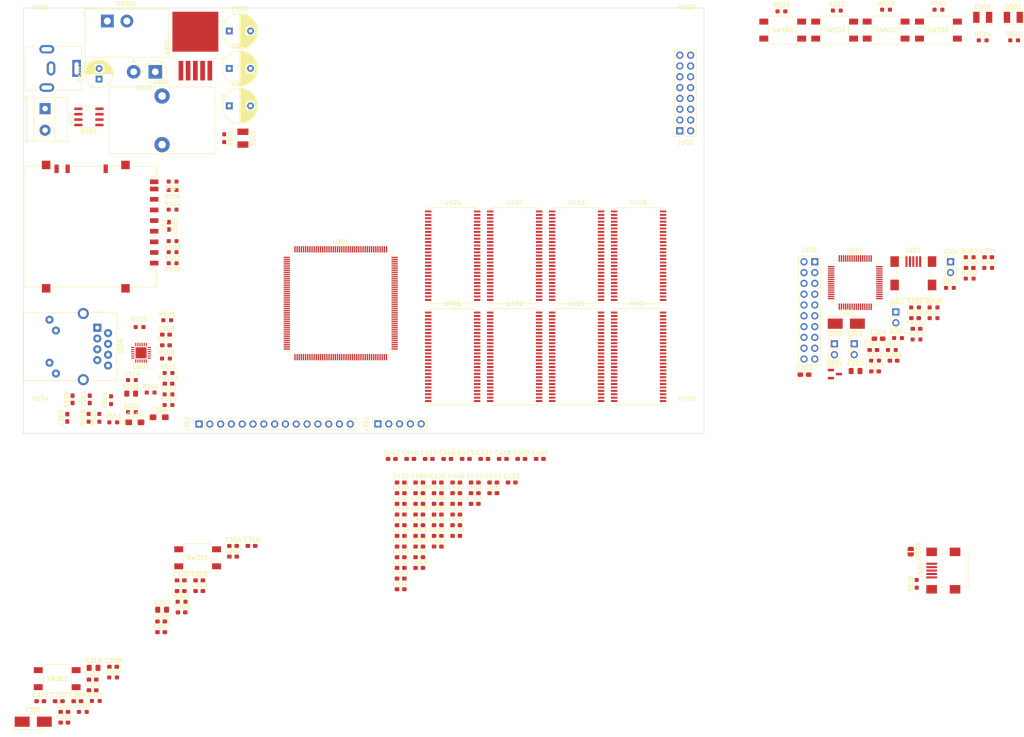
<source format=kicad_pcb>
(kicad_pcb (version 20211014) (generator pcbnew)
  (layers (0 "F.Cu" signal) (1 "In1.Cu" signal) (2 "In2.Cu" signal) (31 "B.Cu" signal) (34 "B.Paste" user) (35 "F.Paste" user) (36 "B.SilkS" user "B.Silkscreen") (37 "F.SilkS" user "F.Silkscreen") (38 "B.Mask" user) (39 "F.Mask" user) (44 "Edge.Cuts" user))
  (net 0 "")
  (net 1 "GND")
  (net 2 "Net-(C201-Pad2)")
  (net 3 "Net-(C202-Pad2)")
  (net 4 "Net-(C203-Pad1)")
  (net 5 "VDD")
  (net 6 "Net-(C206-Pad1)")
  (net 7 "Net-(C207-Pad1)")
  (net 8 "/mcu/~{RESET}")
  (net 9 "Net-(C317-Pad1)")
  (net 10 "Net-(C318-Pad1)")
  (net 11 "/mcu/OSC_IN")
  (net 12 "Net-(C320-Pad1)")
  (net 13 "Net-(C501-Pad1)")
  (net 14 "Net-(C506-Pad1)")
  (net 15 "Net-(C508-Pad1)")
  (net 16 "Net-(C509-Pad1)")
  (net 17 "Net-(C601-Pad1)")
  (net 18 "Net-(D501-Pad1)")
  (net 19 "/mcu-if/LED0")
  (net 20 "Net-(D502-Pad1)")
  (net 21 "/mcu-if/LED1")
  (net 22 "Net-(D601-Pad1)")
  (net 23 "Net-(D602-Pad2)")
  (net 24 "/prg-if/PRG_USB_5V")
  (net 25 "Net-(J201-Pad2)")
  (net 26 "Net-(J201-Pad3)")
  (net 28 "Net-(J202-Pad2)")
  (net 29 "/mcu/BOOT0")
  (net 30 "Net-(J203-Pad2)")
  (net 31 "/mcu/RXD")
  (net 32 "Net-(J204-Pad2)")
  (net 33 "/mcu/TXD")
  (net 34 "Net-(J205-Pad2)")
  (net 35 "/mcu/JTAG.TRST")
  (net 36 "/mcu/JTAG.TDI")
  (net 37 "/mcu/JTAG.TMS")
  (net 38 "/mcu/JTAG.TCK")
  (net 40 "/mcu/JTAG.TDO")
  (net 41 "Net-(J206-Pad15)")
  (net 44 "/mcu/EXT1")
  (net 45 "/mcu/EXT2")
  (net 46 "/mcu/EXT3")
  (net 47 "/mcu/EXT4")
  (net 48 "/mcu/EXT5")
  (net 49 "/mcu/EXT6")
  (net 50 "/mcu/EXT7")
  (net 51 "/mcu/EXT8")
  (net 52 "/mcu/EXT9")
  (net 53 "/mcu/EXT10")
  (net 54 "/mcu/EXT11")
  (net 55 "/mcu/EXT12")
  (net 56 "/mcu/EXT13")
  (net 57 "/mcu-if/IF_USB_5V")
  (net 58 "/mcu-if/USB.DM")
  (net 59 "/mcu-if/USB.DP")
  (net 60 "Net-(J501-Pad4)")
  (net 61 "/mcu-if/SDMMC.D3")
  (net 62 "/mcu-if/SDMMC.CMD")
  (net 63 "Net-(J502-Pad5)")
  (net 64 "/mcu-if/SDMMC.D0")
  (net 65 "/mcu-if/SDMMC.D1")
  (net 66 "/mcu-if/SDMMC.D2")
  (net 68 "/mcu-if/DISP.SCLK")
  (net 69 "/mcu-if/DISP.MOSI")
  (net 71 "/mcu-if/DISP.DC")
  (net 72 "/mcu-if/DISP.~{RST}")
  (net 73 "/mcu-if/DISP.CS")
  (net 74 "Net-(J504-PadL1)")
  (net 75 "Net-(J504-PadL3)")
  (net 76 "Net-(J504-PadL4)")
  (net 77 "Net-(J504-PadR1)")
  (net 78 "Net-(J504-PadR2)")
  (net 79 "Net-(J504-PadR3)")
  (net 80 "Net-(J504-PadR6)")
  (net 82 "Net-(J601-Pad1)")
  (net 83 "/mcu-if/USB.ID")
  (net 84 "Net-(Q201-Pad1)")
  (net 85 "Net-(Q601-Pad5)")
  (net 86 "Net-(R201-Pad2)")
  (net 87 "Net-(R202-Pad2)")
  (net 88 "Net-(R203-Pad2)")
  (net 89 "Net-(R204-Pad1)")
  (net 90 "Net-(R205-Pad1)")
  (net 91 "Net-(R206-Pad1)")
  (net 92 "Net-(R207-Pad1)")
  (net 93 "Net-(R208-Pad1)")
  (net 94 "Net-(R209-Pad1)")
  (net 95 "Net-(R210-Pad1)")
  (net 96 "Net-(R301-Pad2)")
  (net 97 "Net-(R302-Pad2)")
  (net 98 "/mcu/OSC_OUT")
  (net 99 "Net-(R504-Pad2)")
  (net 100 "/mcu-if/RMII.MCO1")
  (net 101 "Net-(R505-Pad2)")
  (net 102 "/mcu-if/RMII.TXEN")
  (net 103 "Net-(R508-Pad2)")
  (net 104 "/mcu-if/RMII.TXD0")
  (net 105 "Net-(R509-Pad2)")
  (net 106 "/mcu-if/RMII.TXD1")
  (net 107 "Net-(R510-Pad2)")
  (net 108 "/mcu-if/RMII.RXD0")
  (net 109 "Net-(R511-Pad2)")
  (net 110 "/mcu-if/RMII.RXD1")
  (net 111 "Net-(R512-Pad2)")
  (net 112 "/mcu-if/RMII.CRSDV")
  (net 113 "Net-(R513-Pad2)")
  (net 114 "/mcu-if/RMII.REFCLK")
  (net 115 "Net-(R514-Pad2)")
  (net 116 "/mcu-if/SDMMC.CK")
  (net 117 "Net-(R516-Pad1)")
  (net 118 "/mcu-if/BTN0")
  (net 119 "/mcu-if/BTN1")
  (net 120 "/mcu-if/RMII.LED")
  (net 121 "/mcu-if/BTN2")
  (net 122 "/mcu-if/BTN3")
  (net 123 "/mcu-if/USB.VBUS")
  (net 156 "/mcu/SDRAM.D30")
  (net 160 "/mcu/SDRAM.D31")
  (net 161 "/mcu/SDRAM.A0")
  (net 162 "/mcu/SDRAM.A1")
  (net 163 "/mcu/SDRAM.A2")
  (net 164 "/mcu/SDRAM.A3")
  (net 165 "/mcu/SDRAM.A4")
  (net 166 "/mcu/SDRAM.A5")
  (net 168 "/mcu/SDRAM.~{WE}")
  (net 169 "/mcu-if/RMII.MDC")
  (net 172 "/mcu-if/RMII.MDIO")
  (net 173 "/mcu/SDRAM.CKE0")
  (net 174 "/mcu/SDRAM.~{CS0}")
  (net 176 "/mcu-if/RMII.~{RST}")
  (net 177 "/mcu/SDRAM.~{RAS}")
  (net 178 "/mcu/SDRAM.A6")
  (net 179 "/mcu/SDRAM.A7")
  (net 180 "/mcu/SDRAM.A8")
  (net 181 "/mcu/SDRAM.A9")
  (net 182 "/mcu/SDRAM.A10")
  (net 183 "/mcu/SDRAM.A11")
  (net 184 "/mcu/SDRAM.D4")
  (net 185 "/mcu/SDRAM.D5")
  (net 186 "/mcu/SDRAM.D6")
  (net 187 "/mcu/SDRAM.D7")
  (net 188 "/mcu/SDRAM.D8")
  (net 189 "/mcu/SDRAM.D9")
  (net 190 "/mcu/SDRAM.D10")
  (net 191 "/mcu/SDRAM.D11")
  (net 192 "/mcu/SDRAM.D12")
  (net 193 "/mcu/SDRAM.~{CS1}")
  (net 194 "/mcu/SDRAM.CKE1")
  (net 195 "/mcu/SDRAM.D18")
  (net 196 "/mcu/SDRAM.D17")
  (net 197 "/mcu/SDRAM.D19")
  (net 198 "/mcu/SDRAM.D20")
  (net 199 "/mcu/SDRAM.D13")
  (net 200 "/mcu/SDRAM.D14")
  (net 201 "/mcu/SDRAM.D15")
  (net 205 "/mcu/SDRAM.D0")
  (net 206 "/mcu/SDRAM.D1")
  (net 207 "/mcu/SDRAM.A12")
  (net 209 "/mcu/SDRAM.BA0")
  (net 210 "/mcu/SDRAM.BA1")
  (net 213 "/mcu/SDRAM.CLK")
  (net 214 "/mcu-if/SDMMC.CD")
  (net 215 "/mcu-if/SDMMC.WP")
  (net 216 "/mcu/SDRAM.D21")
  (net 217 "/mcu/SDRAM.D22")
  (net 218 "/mcu/SDRAM.D23")
  (net 219 "/mcu/SDRAM.D24")
  (net 220 "/mcu/SDRAM.D25")
  (net 221 "/mcu/SDRAM.D26")
  (net 222 "/mcu/SDRAM.D27")
  (net 223 "/mcu/SDRAM.D2")
  (net 224 "/mcu/SDRAM.D3")
  (net 231 "/mcu/SDRAM.~{CAS}")
  (net 232 "/mcu/SDRAM.~{BL0}")
  (net 233 "/mcu/SDRAM.~{BL1}")
  (net 234 "/mcu/SDRAM.~{BL2}")
  (net 235 "/mcu/SDRAM.~{BL3}")
  (net 236 "/mcu/SDRAM.D28")
  (net 237 "/mcu/SDRAM.D29")
  (footprint "Capacitor_THT:CP_Radial_D8.0mm_P5.00mm" (layer "F.Cu") (at 75.397349 47)
    (fp_text reference "C604")
    (fp_text value "470u")
  )
  (footprint "Capacitor_SMD:C_0603_1608Metric_Pad1.08x0.95mm_HandSolder" (layer "F.Cu") (at 144.05 130)
    (fp_text reference "C428")
    (fp_text value "100n")
  )
  (footprint "Capacitor_SMD:C_0603_1608Metric_Pad1.08x0.95mm_HandSolder" (layer "F.Cu") (at 115.7 145.58)
    (fp_text reference "C441")
    (fp_text value "100n")
  )
  (footprint "Package_TO_SOT_SMD:TO-263-5_TabPin3" (layer "F.Cu") (at 67.425 32.95 90)
    (fp_text reference "U601")
    (fp_text value "LM2576S-3.3")
  )
  (footprint "Capacitor_SMD:C_0603_1608Metric_Pad1.08x0.95mm_HandSolder" (layer "F.Cu") (at 124.4 143.07)
    (fp_text reference "C438")
    (fp_text value "100n")
  )
  (footprint "Capacitor_Tantalum_SMD:CP_EIA-2012-15_AVX-P_Pad1.30x1.05mm_HandSolder" (layer "F.Cu") (at 228.02 101.74)
    (fp_text reference "C206")
    (fp_text value "4.7u")
  )
  (footprint "Inductor_SMD:L_0603_1608Metric_Pad1.05x0.95mm_HandSolder" (layer "F.Cu") (at 227.2 109.42)
    (fp_text reference "FB201")
    (fp_text value "FerriteBead")
  )
  (footprint "Connector_PinSocket_2.54mm:PinSocket_2x10_P2.54mm_Vertical" (layer "F.Cu") (at 213.04 83.66)
    (fp_text reference "J206")
    (fp_text value "CONN_JTAG")
  )
  (footprint "LED_SMD:LED_PLCC-2_3.4x3.0mm_KA" (layer "F.Cu") (at 259.7125 26.2)
    (fp_text reference "D502")
    (fp_text value "LED")
  )
  (footprint "Capacitor_Tantalum_SMD:CP_EIA-3216-18_Kemet-A_Pad1.58x1.35mm_HandSolder" (layer "F.Cu") (at 58.9125 120.2)
    (fp_text reference "C506")
    (fp_text value "22u")
  )
  (footprint "Capacitor_SMD:C_0603_1608Metric_Pad1.08x0.95mm_HandSolder" (layer "F.Cu") (at 128.75 138.05)
    (fp_text reference "C432")
    (fp_text value "100n")
  )
  (footprint "Capacitor_SMD:C_0603_1608Metric_Pad1.08x0.95mm_HandSolder" (layer "F.Cu") (at 120.05 145.58)
    (fp_text reference "C434")
    (fp_text value "100n")
  )
  (footprint "Capacitor_SMD:C_0603_1608Metric_Pad1.08x0.95mm_HandSolder" (layer "F.Cu") (at 124.4 145.58)
    (fp_text reference "C421")
    (fp_text value "100n")
  )
  (footprint "Capacitor_SMD:C_0603_1608Metric_Pad1.08x0.95mm_HandSolder" (layer "F.Cu") (at 48.08 178.86)
    (fp_text reference "C308")
    (fp_text value "100n")
  )
  (footprint "Resistor_SMD:R_0603_1608Metric_Pad0.98x0.95mm_HandSolder" (layer "F.Cu") (at 44.02 186.89)
    (fp_text reference "R301")
    (fp_text value "10k")
  )
  (footprint "Package_SO:TSOP-II-54_22.2x10.16mm_P0.8mm" (layer "F.Cu") (at 127.91 106)
    (fp_text reference "U406")
    (fp_text value "IS42S86400D")
  )
  (footprint "Capacitor_SMD:C_0603_1608Metric_Pad1.08x0.95mm_HandSolder" (layer "F.Cu") (at 60.5125 100.78)
    (fp_text reference "C509")
    (fp_text value "100n")
  )
  (footprint "Capacitor_SMD:C_0603_1608Metric_Pad1.08x0.95mm_HandSolder" (layer "F.Cu") (at 236.6 96.9)
    (fp_text reference "C202")
    (fp_text value "12p")
  )
  (footprint "Capacitor_SMD:C_0603_1608Metric_Pad1.08x0.95mm_HandSolder" (layer "F.Cu") (at 120.05 138.05)
    (fp_text reference "C430")
    (fp_text value "100n")
  )
  (footprint "Resistor_SMD:R_0603_1608Metric_Pad0.98x0.95mm_HandSolder" (layer "F.Cu") (at 244.8 89.79)
    (fp_text reference "R201")
    (fp_text value "12k 1%")
  )
  (footprint "Capacitor_SMD:C_0603_1608Metric_Pad1.08x0.95mm_HandSolder" (layer "F.Cu") (at 131 130)
    (fp_text reference "C413")
    (fp_text value "100n")
  )
  (footprint "Connector_PinHeader_2.54mm:PinHeader_1x02_P2.54mm_Vertical" (layer "F.Cu") (at 232.1 95.46)
    (fp_text reference "J202")
    (fp_text value "MCU_RST")
  )
  (footprint "Capacitor_SMD:C_0603_1608Metric_Pad1.08x0.95mm_HandSolder" (layer "F.Cu") (at 128.75 143.07)
    (fp_text reference "C415")
    (fp_text value "100n")
  )
  (footprint "LED_SMD:LED_PLCC-2_3.4x3.0mm_KA" (layer "F.Cu") (at 78.6 54.6 -90)
    (fp_text reference "D602")
    (fp_text value "LED")
  )
  (footprint "Resistor_SMD:R_0603_1608Metric_Pad0.98x0.95mm_HandSolder" (layer "F.Cu") (at 231.15 104.4)
    (fp_text reference "R205")
    (fp_text value "0")
  )
  (footprint "Connector_BarrelJack:BarrelJack_CUI_PJ-063AH_Horizontal" (layer "F.Cu") (at 39.5 38.2 -90)
    (fp_text reference "J601")
    (fp_text value "CONN_12V")
  )
  (footprint "Resistor_SMD:R_0603_1608Metric_Pad0.98x0.95mm_HandSolder" (layer "F.Cu") (at 62.075 71.4)
    (fp_text reference "R515")
    (fp_text value "100")
  )
  (footprint "Capacitor_SMD:C_0603_1608Metric_Pad1.08x0.95mm_HandSolder" (layer "F.Cu") (at 128.75 148.09)
    (fp_text reference "C429")
    (fp_text value "100n")
  )
  (footprint "Capacitor_SMD:C_0603_1608Metric_Pad1.08x0.95mm_HandSolder" (layer "F.Cu") (at 120.05 148.09)
    (fp_text reference "C416")
    (fp_text value "100n")
  )
  (footprint "Capacitor_SMD:C_0603_1608Metric_Pad1.08x0.95mm_HandSolder" (layer "F.Cu") (at 43.27 181.87)
    (fp_text reference "C311")
    (fp_text value "100n")
  )
  (footprint "Capacitor_SMD:C_0603_1608Metric_Pad1.08x0.95mm_HandSolder" (layer "F.Cu") (at 226.8 104.4)
    (fp_text reference "C201")
    (fp_text value "12p")
  )
  (footprint "Capacitor_SMD:C_0603_1608Metric_Pad1.08x0.95mm_HandSolder" (layer "F.Cu") (at 133.1 135.54)
    (fp_text reference "C414")
    (fp_text value "100n")
  )
  (footprint "Capacitor_SMD:C_0603_1608Metric_Pad1.08x0.95mm_HandSolder" (layer "F.Cu") (at 115.7 150.6)
    (fp_text reference "C424")
    (fp_text value "100n")
  )
  (footprint "Package_SO:TSOP-II-54_22.2x10.16mm_P0.8mm" (layer "F.Cu") (at 157.05 82.23)
    (fp_text reference "U403")
    (fp_text value "IS42S86400D")
  )
  (footprint "Capacitor_SMD:C_0603_1608Metric_Pad1.08x0.95mm_HandSolder" (layer "F.Cu") (at 137.45 138.05)
    (fp_text reference "C401")
    (fp_text value "100n")
  )
  (footprint "Resistor_SMD:R_0603_1608Metric_Pad0.98x0.95mm_HandSolder" (layer "F.Cu") (at 252.5 31.6)
    (fp_text reference "R524")
    (fp_text value "1k")
  )
  (footprint "Capacitor_SMD:C_0603_1608Metric_Pad1.08x0.95mm_HandSolder" (layer "F.Cu") (at 128.75 145.58)
    (fp_text reference "C405")
    (fp_text value "100n")
  )
  (footprint "Capacitor_SMD:C_0805_2012Metric_Pad1.18x1.45mm_HandSolder" (layer "F.Cu") (at 59.61 165.45)
    (fp_text reference "C317")
    (fp_text value "2.2u")
  )
  (footprint "Resistor_SMD:R_0603_1608Metric_Pad0.98x0.95mm_HandSolder" (layer "F.Cu") (at 60.5125 106.4)
    (fp_text reference "R508")
    (fp_text value "0")
  )
  (footprint "LED_SMD:LED_PLCC-2_3.4x3.0mm_KA" (layer "F.Cu") (at 252.5125 26.2)
    (fp_text reference "D501")
    (fp_text value "LED")
  )
  (footprint "marco-ram-board:DTSMW69N" (layer "F.Cu") (at 34.945 181.655)
    (fp_text reference "SW302")
    (fp_text value "SW_BOOT0")
  )
  (footprint "Connector_USB:USB_Mini-B_Wuerth_65100516121_Horizontal" (layer "F.Cu") (at 236.2 86.21)
    (fp_text reference "J201")
    (fp_text value "PRG_USB")
  )
  (footprint "Capacitor_SMD:C_0603_1608Metric_Pad1.08x0.95mm_HandSolder" (layer "F.Cu") (at 115.7 160.64)
    (fp_text reference "C411")
    (fp_text value "100n")
  )
  (footprint "Capacitor_SMD:C_0603_1608Metric_Pad1.08x0.95mm_HandSolder" (layer "F.Cu") (at 42.6 116 90)
    (fp_text reference "C503")
    (fp_text value "100n")
  )
  (footprint "Connector_PinHeader_2.54mm:PinHeader_1x02_P2.54mm_Vertical" (layer "F.Cu") (at 244.95 83.66)
    (fp_text reference "J204")
    (fp_text value "FT_TXD")
  )
  (footprint "Connector_USB:USB_Mini-B_Wuerth_65100516121_Horizontal" (layer "F.Cu") (at 243.1 156.25 90)
    (fp_text reference "J501")
    (fp_text value "MCU_USB")
  )
  (footprint "Capacitor_SMD:C_0603_1608Metric_Pad1.08x0.95mm_HandSolder" (layer "F.Cu") (at 249.45 85.1)
    (fp_text reference "C208")
    (fp_text value "100n")
  )
  (footprint "Resistor_SMD:R_0603_1608Metric_Pad0.98x0.95mm_HandSolder" (layer "F.Cu") (at 40.97 189.47)
    (fp_text reference "R303")
    (fp_text value "10k")
  )
  (footprint "Capacitor_SMD:C_0603_1608Metric_Pad1.08x0.95mm_HandSolder" (layer "F.Cu") (at 76.28 152.96)
    (fp_text reference "C302")
    (fp_text value "100n")
  )
  (footprint "Resistor_SMD:R_0603_1608Metric_Pad0.98x0.95mm_HandSolder" (layer "F.Cu") (at 240.95 96.9)
    (fp_text reference "R211")
    (fp_text value "1k")
  )
  (footprint "Resistor_SMD:R_0603_1608Metric_Pad0.98x0.95mm_HandSolder" (layer "F.Cu") (at 48.1125 121.4)
    (fp_text reference "R513")
    (fp_text value "0")
  )
  (footprint "Capacitor_SMD:C_0603_1608Metric_Pad1.08x0.95mm_HandSolder" (layer "F.Cu") (at 117.95 130)
    (fp_text reference "C440")
    (fp_text value "100n")
  )
  (footprint "Capacitor_SMD:C_0805_2012Metric_Pad1.18x1.45mm_HandSolder" (layer "F.Cu") (at 52.3325 114.65)
    (fp_text reference "C501")
    (fp_text value "2.2u")
  )
  (footprint "marco-ram-board:SW_CuK_L101xxxMS02x_SPST_Straight" (layer "F.Cu") (at 46.7296 27.0695)
    (fp_text reference "SW601")
    (fp_text value "PWR_SW")
  )
  (footprint "Capacitor_SMD:C_0603_1608Metric_Pad1.08x0.95mm_HandSolder" (layer "F.Cu") (at 141.8 135.54)
    (fp_text reference "C423")
    (fp_text value "100n")
  )
  (footprint "Capacitor_SMD:C_0603_1608Metric_Pad1.08x0.95mm_HandSolder" (layer "F.Cu") (at 253.8 82.59)
    (fp_text reference "C204")
    (fp_text value "100n")
  )
  (footprint "Capacitor_SMD:C_0603_1608Metric_Pad1.08x0.95mm_HandSolder" (layer "F.Cu") (at 36.62 189.47)
    (fp_text reference "C304")
    (fp_text value "100n")
  )
  (footprint "Capacitor_SMD:C_0603_1608Metric_Pad1.08x0.95mm_HandSolder" (layer "F.Cu") (at 35.32 186.96)
    (fp_text reference "C312")
    (fp_text value "100n")
  )
  (footprint "Connector_PinHeader_2.54mm:PinHeader_1x02_P2.54mm_Vertical" (layer "F.Cu") (at 222.3 102.96)
    (fp_text reference "J203")
    (fp_text value "MCU_BOOT0")
  )
  (footprint "Capacitor_SMD:C_0603_1608Metric_Pad1.08x0.95mm_HandSolder" (layer "F.Cu") (at 128.75 135.54)
    (fp_text reference "C446")
    (fp_text value "100n")
  )
  (footprint "Package_SO:SOIC-8_3.9x4.9mm_P1.27mm" (layer "F.Cu") (at 42.4 49.6 180)
    (fp_text reference "Q601")
    (fp_text value "DMP3037LSS")
  )
  (footprint "Capacitor_SMD:C_0603_1608Metric_Pad1.08x0.95mm_HandSolder" (layer "F.Cu") (at 124.4 135.54)
    (fp_text reference "C426")
    (fp_text value "100n")
  )
  (footprint "Resistor_SMD:R_0603_1608Metric_Pad0.98x0.95mm_HandSolder" (layer "F.Cu") (at 236.95 101.92)
    (fp_text reference "R206")
    (fp_text value "1k")
  )
  (footprint "Resistor_SMD:R_0603_1608Metric_Pad0.98x0.95mm_HandSolder" (layer "F.Cu") (at 62.075 64.8 180)
    (fp_text reference "R507")
    (fp_text value "47k")
  )
  (footprint "Capacitor_SMD:C_0603_1608Metric_Pad1.08x0.95mm_HandSolder" (layer "F.Cu") (at 120.05 155.62)
    (fp_text reference "C419")
    (fp_text value "100n")
  )
  (footprint "Resistor_SMD:R_0603_1608Metric_Pad0.98x0.95mm_HandSolder" (layer "F.Cu") (at 62.075 66.8 180)
    (fp_text reference "R506")
    (fp_text value "47k")
  )
  (footprint "Capacitor_SMD:C_0603_1608Metric_Pad1.08x0.95mm_HandSolder" (layer "F.Cu") (at 68.33 158.55)
    (fp_text reference "C310")
    (fp_text value "100n")
  )
  (footprint "Capacitor_SMD:C_0603_1608Metric_Pad1.08x0.95mm_HandSolder" (layer "F.Cu") (at 128.75 140.56)
    (fp_text reference "C422")
    (fp_text value "100n")
  )
  (footprint "Resistor_SMD:R_0603_1608Metric_Pad0.98x0.95mm_HandSolder" (layer "F.Cu") (at 229.7875 24.4)
    (fp_text reference "R520")
    (fp_text value "1k")
  )
  (footprint "Resistor_SMD:R_0603_1608Metric_Pad0.98x0.95mm_HandSolder" (layer "F.Cu") (at 62.075 81.4 180)
    (fp_text reference "R502")
    (fp_text value "47k")
  )
  (footprint "Capacitor_SMD:C_0603_1608Metric_Pad1.08x0.95mm_HandSolder" (layer "F.Cu") (at 120.05 140.56)
    (fp_text reference "C442")
    (fp_text value "100n")
  )
  (footprint "Capacitor_SMD:C_0603_1608Metric_Pad1.08x0.95mm_HandSolder" (layer "F.Cu") (at 76.28 150.45)
    (fp_text reference "C306")
    (fp_text value "100n")
  )
  (footprint "MountingHole:MountingHole_3.2mm_M3" (layer "F.Cu") (at 183 28)
    (fp_text reference "H102")
    (fp_text value "MountingHole")
  )
  (footprint "Capacitor_SMD:C_0603_1608Metric_Pad1.08x0.95mm_HandSolder" (layer "F.Cu") (at 63.98 161.06)
    (fp_text reference "C301")
    (fp_text value "100n")
  )
  (footprint "Inductor_SMD:L_0603_1608Metric_Pad1.05x0.95mm_HandSolder" (layer "F.Cu") (at 236.95 99.41)
    (fp_text reference "FB202")
    (fp_text value "FerriteBead")
  )
  (footprint "Resistor_SMD:R_0603_1608Metric_Pad0.98x0.95mm_HandSolder" (layer "F.Cu") (at 205.1875 24.8)
    (fp_text reference "R523")
    (fp_text value "1k")
  )
  (footprint "Connector_PinHeader_2.54mm:PinHeader_1x02_P2.54mm_Vertical" (layer "F.Cu") (at 217.65 102.96)
    (fp_text reference "J205")
    (fp_text value "FT_RXD")
  )
  (footprint "marco-ram-board:DTSMW69N" (layer "F.Cu") (at 217.7 29.2)
    (fp_text reference "SW503")
    (fp_text value "BTN2")
  )
  (footprint "Crystal:Crystal_SMD_5032-2Pin_5.0x3.2mm_HandSoldering" (layer "F.Cu") (at 220.45 98.21)
    (fp_text reference "Y201")
    (fp_text value "12MHz")
  )
  (footprint "Capacitor_SMD:C_0603_1608Metric_Pad1.08x0.95mm_HandSolder" (layer "F.Cu") (at 126.65 130)
    (fp_text reference "C445")
    (fp_text value "100n")
  )
  (footprint "Package_TO_SOT_SMD:SOT-23" (layer "F.Cu") (at 217.77 110.06)
    (fp_text reference "Q201")
    (fp_text value "MMBT3906")
  )
  (footprint "Resistor_SMD:R_0603_1608Metric_Pad0.98x0.95mm_HandSolder" (layer "F.Cu") (at 44.84 120.34 90)
    (fp_text reference "R510")
    (fp_text value "0")
  )
  (footprint "Resistor_SMD:R_0603_1608Metric_Pad0.98x0.95mm_HandSolder" (layer "F.Cu") (at 232.6 101.59)
    (fp_text reference "R204")
    (fp_text value "0")
  )
  (footprint "Crystal:Crystal_SMD_5032-2Pin_5.0x3.2mm_HandSoldering" (layer "F.Cu") (at 29.32 191.77)
    (fp_text reference "Y301")
    (fp_text value "25MHz")
  )
  (footprint "Capacitor_SMD:C_0603_1608Metric_Pad1.08x0.95mm_HandSolder" (layer "F.Cu") (at 135.35 130)
    (fp_text reference "C427")
    (fp_text value "100n")
  )
  (footprint "Capacitor_SMD:C_0805_2012Metric_Pad1.18x1.45mm_HandSolder" (layer "F.Cu") (at 222.62 109.34)
    (fp_text reference "C207")
    (fp_text value "3.3u")
  )
  (footprint "Capacitor_SMD:C_0603_1608Metric_Pad1.08x0.95mm_HandSolder" (layer "F.Cu") (at 39.67 186.96)
    (fp_text reference "C309")
    (fp_text value "100n")
  )
  (footprint "Capacitor_SMD:C_0603_1608Metric_Pad1.08x0.95mm_HandSolder" (layer "F.Cu") (at 120.05 143.07)
    (fp_text reference "C408")
    (fp_text value "100n")
  )
  (footprint "Capacitor_SMD:C_0603_1608Metric_Pad1.08x0.95mm_HandSolder" (layer "F.Cu") (at 59.38 168.21)
    (fp_text reference "C316")
    (fp_text value "100n")
  )
  (footprint "Capacitor_SMD:C_0603_1608Metric_Pad1.08x0.95mm_HandSolder" (layer "F.Cu") (at 115.7 143.07)
    (fp_text reference "C448")
    (fp_text value "100n")
  )
  (footprint "MountingHole:MountingHole_3.2mm_M3" (layer "F.Cu") (at 31 28)
    (fp_text reference "H101")
    (fp_text value "MountingHole")
  )
  (footprint "Capacitor_SMD:C_0603_1608Metric_Pad1.08x0.95mm_HandSolder" (layer "F.Cu") (at 115.7 158.13)
    (fp_text reference "C403")
    (fp_text value "100n")
  )
  (footprint "marco-ram-board:DTSMW69N" (layer "F.Cu") (at 67.955 153.245)
    (fp_text reference "SW301")
    (fp_text value "SW_RST")
  )
  (footprint "Package_SO:TSOP-II-54_22.2x10.16mm_P0.8mm" (layer "F.Cu") (at 142.48 106)
    (fp_text reference "U402")
    (fp_text value "IS42S86400D")
  )
  (footprint "Capacitor_SMD:C_0603_1608Metric_Pad1.08x0.95mm_HandSolder" (layer "F.Cu") (at 115.7 135.54)
    (fp_text reference "C437")
    (fp_text value "100n")
  )
  (footprint "Connector_Card:SD_Hirose_DM1AA_SF_PEJ82" (layer "F.Cu") (at 42.8 75.4 -90)
    (fp_text reference "J502")
    (fp_text value "SD_Card")
  )
  (footprint "Resistor_SMD:R_0603_1608Metric_Pad0.98x0.95mm_HandSolder" (layer "F.Cu") (at 61.1125 114.82)
    (fp_text reference "R512")
    (fp_text value "0")
  )
  (footprint "Resistor_SMD:R_0603_1608Metric_Pad0.98x0.95mm_HandSolder" (layer "F.Cu") (at 218.2125 24.6)
    (fp_text reference "R522")
    (fp_text value "1k")
  )
  (footprint "Capacitor_SMD:C_0603_1608Metric_Pad1.08x0.95mm_HandSolder" (layer "F.Cu") (at 115.7 140.56)
    (fp_text reference "C420")
    (fp_text value "100n")
  )
  (footprint "Resistor_SMD:R_0603_1608Metric_Pad0.98x0.95mm_HandSolder" (layer "F.Cu") (at 249.45 82.59)
    (fp_text reference "R207")
    (fp_text value "0")
  )
  (footprint "Resistor_SMD:R_0603_1608Metric_Pad0.98x0.95mm_HandSolder" (layer "F.Cu") (at 54.3125 99)
    (fp_text reference "R509")
    (fp_text value "0")
  )
  (footprint "Inductor_SMD:L_0603_1608Metric_Pad1.05x0.95mm_HandSolder" (layer "F.Cu") (at 61.1125 112.31)
    (fp_text reference "FB501")
    (fp_text value "FerriteBead")
  )
  (footprint "Jumper:SolderJumper-2_P1.3mm_Open_RoundedPad1.0x1.5mm" (layer "F.Cu") (at 235.6 151.8 -90)
    (fp_text reference "JP501")
    (fp_text value "MCU_USB_ID")
  )
  (footprint "Capacitor_SMD:C_0603_1608Metric_Pad1.08x0.95mm_HandSolder" (layer "F.Cu") (at 148.4 130)
    (fp_text reference "C407")
    (fp_text value "100n")
  )
  (footprint "Capacitor_SMD:C_0805_2012Metric_Pad1.18x1.45mm_HandSolder" (layer "F.Cu") (at 43.5 179.11)
    (fp_text reference "C318")
    (fp_text value "2.2u")
  )
  (footprint "Package_SO:TSOP-II-54_22.2x10.16mm_P0.8mm" (layer "F.Cu") (at 127.91 82.23)
    (fp_text reference "U405")
    (fp_text value "IS42S86400D")
  )
  (footprint "Resistor_SMD:R_0603_1608Metric_Pad0.98x0.95mm_HandSolder" (layer "F.Cu") (at 240.95 94.39)
    (fp_text reference "R208")
    (fp_text value "0")
  )
  (footprint "Capacitor_SMD:C_0603_1608Metric_Pad1.08x0.95mm_HandSolder" (layer "F.Cu") (at 115.7 153.11)
    (fp_text reference "C436")
    (fp_text value "100n")
  )
  (footprint "Capacitor_SMD:C_0603_1608Metric_Pad1.08x0.95mm_HandSolder" (layer "F.Cu") (at 124.4 140.56)
    (fp_text reference "C406")
    (fp_text value "100n")
  )
  (footprint "Capacitor_SMD:C_0603_1608Metric_Pad1.08x0.95mm_HandSolder" (layer "F.Cu") (at 115.7 155.62)
    (fp_text reference "C402")
    (fp_text value "100n")
  )
  (footprint "Resistor_SMD:R_0603_1608Metric_Pad0.98x0.95mm_HandSolder" (layer "F.Cu") (at 48.08 181.37)
    (fp_text reference "R302")
    (fp_text value "10k")
  )
  (footprint "Resistor_SMD:R_0603_1608Metric_Pad0.98x0.95mm_HandSolder" (layer "F.Cu") (at 47.6 116.2 90)
    (fp_text reference "R516")
    (fp_text value "6.49k")
  )
  (footprint "Capacitor_SMD:C_0603_1608Metric_Pad1.08x0.95mm_HandSolder" (layer "F.Cu") (at 139.7 130)
    (fp_text reference "C418")
    (fp_text value "100n")
  )
  (footprint "Capacitor_SMD:C_0603_1608Metric_Pad1.08x0.95mm_HandSolder" (layer "F.Cu") (at 137.45 135.54)
    (fp_text reference "C447")
    (fp_text value "100n")
  )
  (footprint "Capacitor_SMD:C_0603_1608Metric_Pad1.08x0.95mm_HandSolder" (layer "F.Cu") (at 30.97 186.96)
    (fp_text reference "C315")
    (fp_text value "100n")
  )
  (footprint "Capacitor_THT:CP_Radial_D8.0mm_P5.00mm" (layer "F.Cu") (at 75.397349 38.2)
    (fp_text reference "C603")
    (fp_text value "470u")
  )
  (footprint "Connector_PinSocket_2.54mm:PinSocket_1x05_P2.54mm_Vertical" (layer "F.Cu") (at 110.35 121.775 90)
    (fp_text reference "J301")
    (fp_text value "CONN_MCU_SERIAL")
  )
  (footprint "Capacitor_SMD:C_0603_1608Metric_Pad1.08x0.95mm_HandSolder" (layer "F.Cu") (at 122.3 130)
    (fp_text reference "C417")
    (fp_text value "100n")
  )
  (footprint "Capacitor_SMD:C_0603_1608Metric_Pad1.08x0.95mm_HandSolder" (layer "F.Cu") (at 133.1 138.05)
    (fp_text reference "C431")
    (fp_text value "100n")
  )
  (footprint "Capacitor_SMD:C_0603_1608Metric_Pad1.08x0.95mm_HandSolder" (layer "F.Cu") (at 38.56 115.99 90)
    (fp_text reference "C508")
    (fp_text value "100n")
  )
  (footprint "marco-ram-board:DTSMW69N" (layer "F.Cu") (at 242.1 29.2)
    (fp_text reference "SW501")
    (fp_text value "BTN0")
  )
  (footprint "marco-ram-board:DTSMW69N" (layer "F.Cu") (at 205.5 29.2)
    (fp_text reference "SW504")
    (fp_text value "BTN3")
  )
  (footprint "Resistor_SMD:R_0603_1608Metric_Pad0.98x0.95mm_HandSolder" (layer "F.Cu") (at 61.1125 117.33)
    (fp_text reference "R519")
    (fp_text value "4.7k")
  )
  (footprint "Capacitor_SMD:C_0603_1608Metric_Pad1.08x0.95mm_HandSolder" (layer "F.Cu") (at 61.1875 75.2 -90)
    (fp_text reference "C502")
    (fp_text value "100n")
  )
  (footprint "Capacitor_SMD:C_0603_1608Metric_Pad1.08x0.95mm_HandSolder" (layer "F.Cu") (at 124.4 150.6)
    (fp_text reference "C435")
    (fp_text value "100n")
  )
  (footprint "Capacitor_Tantalum_SMD:CP_EIA-3216-18_Kemet-A_Pad1.58x1.35mm_HandSolder" (layer "F.Cu") (at 53.2 121.4)
    (fp_text reference "C504")
    (fp_text value "22u")
  )
  (footprint "Capacitor_SMD:C_0603_1608Metric_Pad1.08x0.95mm_HandSolder" (layer "F.Cu") (at 115.7 148.09)
    (fp_text reference "C439")
    (fp_text value "100n")
  )
  (footprint "Package_QFP:LQFP-64_10x10mm_P0.5mm" (layer "F.Cu") (at 222.55 88.56)
    (fp_text reference "U201")
    (fp_text value "FT2232HL")
  )
  (footprint "Capacitor_SMD:C_0603_1608Metric_Pad1.08x0.95mm_HandSolder" (layer "F.Cu") (at 68.33 161.06)
    (fp_text reference "C313")
    (fp_text value "100n")
  )
  (footprint "Capacitor_Tantalum_SMD:CP_EIA-2012-15_AVX-P_Pad1.30x1.05mm_HandSolder" (layer "F.Cu") (at 210.62 110.19)
    (fp_text reference "C203")
    (fp_text value "4.7u")
  )
  (footprint "Package_QFP:LQFP-176_24x24mm_P0.5mm" (layer "F.Cu") (at 101.6 93.4)
    (fp_text reference "U301")
    (fp_text value "STM32F765IITx")
  )
  (footprint "Resistor_SMD:R_0603_1608Metric_Pad0.98x0.95mm_HandSolder" (layer "F.Cu") (at 227.2 106.91)
    (fp_text reference "R210")
    (fp_text value "330")
  )
  (footprint "Resistor_SMD:R_0603_1608Metric_Pad0.98x0.95mm_HandSolder" (layer "F.Cu") (at 61.1125 109.8)
    (fp_text reference "R511")
    (fp_text value "0")
  )
  (footprint "Capacitor_SMD:C_0603_1608Metric_Pad1.08x0.95mm_HandSolder" (layer "F.Cu") (at 60.5125 103.29)
    (fp_text reference "C507")
    (fp_text value "100n")
  )
  (footprint "Resistor_SMD:R_0603_1608Metric_Pad0.98x0.95mm_HandSolder" (layer "F.Cu") (at 242.1 24.4)
    (fp_text reference "R517")
    (fp_text value "1k")
  )
  (footprint "Capacitor_SMD:C_0603_1608Metric_Pad1.08x0.95mm_HandSolder" (layer "F.Cu") (at 43.27 184.38)
    (fp_text reference "C314")
    (fp_text value "100n")
  )
  (footprint "Resistor_SMD:R_0603_1608Metric_Pad0.98x0.95mm_HandSolder" (layer "F.Cu") (at 236.6 94.39)
    (fp_text reference "R202")
    (fp_text value "1k")
  )
  (footprint "Resistor_SMD:R_0603_1608Metric_Pad0.98x0.95mm_HandSolder" (layer "F.Cu") (at 259.9 31.6)
    (fp_text reference "R525")
    (fp_text value "1.5k")
  )
  (footprint "Resistor_SMD:R_0603_1608Metric_Pad0.98x0.95mm_HandSolder" (layer "F.Cu") (at 42.33 120.34 90)
    (fp_text reference "R518")
    (fp_text value "220")
  )
  (footprint "Capacitor_SMD:C_0603_1608Metric_Pad1.08x0.95mm_HandSolder" (layer "F.Cu") (at 64.19 166.08)
    (fp_text reference "C303")
    (fp_text value "100n")
  )
  (footprint "Capacitor_SMD:C_0603_1608Metric_Pad1.08x0.95mm_HandSolder" (layer "F.Cu") (at 120.05 153.11)
    (fp_text reference "C444")
    (fp_text value "100n")
  )
  (footprint "Capacitor_SMD:C_0603_1608Metric_Pad1.08x0.95mm_HandSolder" (layer "F.Cu") (at 133.1 140.56)
    (fp_text reference "C404")
    (fp_text value "100n")
  )
  (footprint "Capacitor_SMD:C_0603_1608Metric_Pad1.08x0.95mm_HandSolder" (layer "F.Cu") (at 59.38 170.72)
    (fp_text reference "C307")
    (fp_text value "100n")
  )
  (footprint "Capacitor_THT:CP_Radial_D8.0mm_P5.00mm" (layer "F.Cu") (at 75.397349 29.4)
    (fp_text reference "C602")
    (fp_text value "470u")
  )
  (footprint "Resistor_SMD:R_0603_1608Metric_Pad0.98x0.95mm_HandSolder" (layer "F.Cu") (at 52.5125 119)
    (fp_text reference "R505")
    (fp_text value "100")
  )
  (footprint "Capacitor_SMD:C_0603_1608Metric_Pad1.08x0.95mm_HandSolder" (layer "F.Cu") (at 120.05 150.6)
    (fp_text reference "C410")
    (fp_text value "100n")
  )
  (footprint "Capacitor_SMD:C_0603_1608Metric_Pad1.08x0.95mm_HandSolder" (layer "F.Cu") (at 124.4 148.09)
    (fp_text reference "C412")
    (fp_text value "100n")
  )
  (footprint "Resistor_SMD:R_0603_1608Metric_Pad0.98x0.95mm_HandSolder" (layer "F.Cu") (at 74.2 54.6 -90)
    (fp_text reference "R601")
    (fp_text value "1k")
  )
  (footprint "Capacitor_SMD:C_0603_1608Metric_Pad1.08x0.95mm_HandSolder" (layer "F.Cu") (at 63.98 158.55)
    (fp_text reference "C320")
    (fp_text value "12p")
  )
  (footprint "Diode_THT:D_DO-201AD_P5.08mm_Vertical_AnodeUp" (layer "F.Cu") (at 58 39 180)
    (fp_text reference "D601")
    (fp_text value "1N5822")
  )
  (footprint "Connector_PinSocket_2.54mm:PinSocket_1x15_P2.54mm_Vertical" (layer "F.Cu") (at 68.28 121.8 90)
    (fp_text reference "J302")
    (fp_text value "EXT_CONN")
  )
  (footprint "Connector_PinSocket_2.54mm:PinSocket_2x08_P2.54mm_Vertical" (layer "F.Cu") (at 181.31 52.875 180)
    (fp_text reference "J503")
    (fp_text value "CONN_DISP")
  )
  (footprint "Resistor_SMD:R_0603_1608Metric_Pad0.98x0.95mm_HandSolder" (layer "F.Cu") (at 62.075 78.8 180)
    (fp_text reference "R503")
    (fp_text value "47k")
  )
  (footprint "Capacitor_SMD:C_0603_1608Metric_Pad1.08x0.95mm_HandSolder" (layer "F.Cu") (at 113.6 130)
    (fp_text reference "C443")
    (fp_text value "100n")
  )
  (footprint "TerminalBlock_Phoenix:TerminalBlock_Phoenix_MKDS-1,5-2-5.08_1x02_P5.08mm_Horizontal" (layer "F.Cu") (at 32.095 47.655 -90)
    (fp_text reference "J602")
    (fp_text value "Screw_Terminal_01x02")
  )
  (footprint "Package_DFN_QFN:QFN-24-1EP_4x4mm_P0.5mm_EP2.6x2.6mm" (layer "F.Cu") (at 54.6625 105.05 180)
    (fp_text reference "U501")
    (fp_text value "KSZ8081RNA")
  )
  (footprint "Capacitor_SMD:C_0603_1608Metric_Pad1.08x0.95mm_HandSolder" (layer "F.Cu") (at 80.63 150.45)
    (fp_text reference "C319")
    (fp_text value "12p")
  )
  (footprint "Resistor_SMD:R_0603_1608Metric_Pad0.98x0.95mm_HandSolder" (layer "F.Cu") (at 56.9125 114.4)
    (fp_text reference "R504")
    (fp_text value "10k")
  )
  (footprint "Resistor_SMD:R_0603_1608Metric_Pad0.98x0.95mm_HandSolder" (layer "F.Cu") (at 249.45 87.61)
    (fp_text reference "R203")
    (fp_text value "10k")
  )
  (footprint "Package_SO:TSOP-II-54_22.2x10.16mm_P0.8mm" (layer "F.Cu") (at 171.62 106)
    (fp_text reference "U404")
    (fp_text value "IS42S86400D")
  )
  (footprint "Resistor_SMD:R_0603_1608Metric_Pad0.98x0.95mm_HandSolder" (layer "F.Cu") (at 60.8 97.4)
    (fp_text reference "R521")
    (fp_text value "220")
  )
  (footprint "Inductor_THT:L_Toroid_Vertical_L24.6mm_W15.5mm_P11.44mm_Pulse_KM-4" (layer "F.Cu") (at 59.6 44.685)
    (fp_text reference "L601")
    (fp_text value "68u 5A")
  )
  (footprint "Resistor_SMD:R_0603_1608Metric_Pad0.98x0.95mm_HandSolder" (layer "F.Cu") (at 52.5125 111.47)
    (fp_text reference "R514")
    (fp_text value "0")
  )
  (footprint "Capacitor_SMD:C_0603_1608Metric_Pad1.08x0.95mm_HandSolder" (layer "F.Cu") (at 231.55 106.91)
    (fp_text reference "C205")
    (fp_text value "100n")
  )
  (footprint "MountingHole:MountingHole_3.2mm_M3" (layer "F.Cu") (at 183 120)
    (fp_text reference "H103")
    (fp_text value "MountingHole")
  )
  (footprint "Connector_RJ:RJ45_Amphenol_RJMG1BD3B8K1ANR" (layer "F.Cu") (at 44.37 99.155 -90)
    (fp_text reference "J504")
    (fp_text value "RJ45_Amphenol_RJMG1BD3B8K1ANR")
  )
  (footprint "Package_SO:TSOP-II-54_22.2x10.16mm_P0.8mm" (layer "F.Cu") (at 171.62 82.23)
    (fp_text reference "U408")
    (fp_text value "IS42S86400D")
  )
  (footprint "Capacitor_SMD:C_0603_1608Metric_Pad1.08x0.95mm_HandSolder" (layer "F.Cu") (at 36.62 191.98)
    (fp_text reference "C305")
    (fp_text value "100n")
  )
  (footprint "marco-ram-board:DTSMW69N" (layer "F.Cu") (at 229.8 29.2)
    (fp_text reference "SW502")
    (fp_text value "BTN1")
  )
  (footprint "Package_SO:TSOP-II-54_22.2x10.16mm_P0.8mm" (layer "F.Cu") (at 157.05 106)
    (fp_text reference "U401")
    (fp_text value "IS42S86400D")
  )
  (footprint "Capacitor_THT:CP_Radial_D6.3mm_P2.50mm" (layer "F.Cu") (at 44.8 40.72808 90)
    (fp_text reference "C601")
    (fp_text value "100u")
  )
  (footprint "Resistor_SMD:R_0603_1608Metric_Pad0.98x0.95mm_HandSolder" (layer "F.Cu") (at 62.075 84 180)
    (fp_text reference "R501")
    (fp_text value "47k")
  )
  (footprint "Capacitor_SMD:C_0603_1608Metric_Pad1.08x0.95mm_HandSolder" (layer "F.Cu") (at 120.05 135.54)
    (fp_text reference "C409")
    (fp_text value "100n")
  )
  (footprint "Resistor_SMD:R_0603_1608Metric_Pad0.98x0.95mm_HandSolder" (layer "F.Cu") (at 64.19 163.57)
    (fp_text reference "R304")
    (fp_text value "220")
  )
  (footprint "Capacitor_SMD:C_0603_1608Metric_Pad1.08x0.95mm_HandSolder" (layer "F.Cu") (at 115.7 138.05)
    (fp_text reference "C433")
    (fp_text value "100n")
  )
  (footprint "Resistor_SMD:R_0603_1608Metric_Pad0.98x0.95mm_HandSolder" (layer "F.Cu") (at 253.8 85.1)
    (fp_text reference "R209")
    (fp_text value "0")
  )
  (footprint "Package_SO:TSOP-II-54_22.2x10.16mm_P0.8mm" (layer "F.Cu") (at 142.48 82.23)
    (fp_text reference "U407")
    (fp_text value "IS42S86400D")
  )
  (footprint "Capacitor_SMD:C_0603_1608Metric_Pad1.08x0.95mm_HandSolder" (layer "F.Cu") (at 124.4 138.05)
    (fp_text reference "C425")
    (fp_text value "100n")
  )
  (footprint "Capacitor_SMD:C_0603_1608Metric_Pad1.08x0.95mm_HandSolder" (layer "F.Cu") (at 37.31 120.34 90)
    (fp_text reference "C505")
    (fp_text value "100n")
  )
  (footprint "Resistor_SMD:R_0603_1608Metric_Pad0.98x0.95mm_HandSolder" (layer "F.Cu") (at 237 159.3625 90)
    (fp_text reference "R526")
    (fp_text value "10k")
  )
  (footprint "MountingHole:MountingHole_3.2mm_M3" (layer "F.Cu") (at 31 120)
    (fp_text reference "H104")
    (fp_text value "MountingHole")
  )
  (gr_line (start 187 124) (end 187 24) (layer "Edge.Cuts") (width 0.1))
  (gr_line (start 27 24) (end 187 24) (layer "Edge.Cuts") (width 0.1))
  (gr_line (start 27 24) (end 27 124) (layer "Edge.Cuts") (width 0.1))
  (gr_line (start 27 124) (end 187 124) (layer "Edge.Cuts") (width 0.1))
)
</source>
